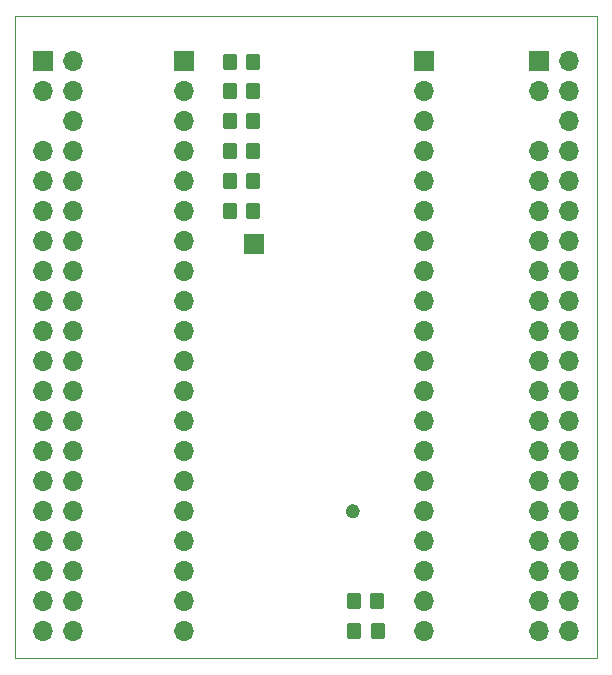
<source format=gbr>
%TF.GenerationSoftware,KiCad,Pcbnew,8.0.5-8.0.5-0~ubuntu24.04.1*%
%TF.CreationDate,2024-09-16T22:52:31+02:00*%
%TF.ProjectId,fx3_tn20k_adapter,6678335f-746e-4323-906b-5f6164617074,0.0.1*%
%TF.SameCoordinates,Original*%
%TF.FileFunction,Soldermask,Bot*%
%TF.FilePolarity,Negative*%
%FSLAX46Y46*%
G04 Gerber Fmt 4.6, Leading zero omitted, Abs format (unit mm)*
G04 Created by KiCad (PCBNEW 8.0.5-8.0.5-0~ubuntu24.04.1) date 2024-09-16 22:52:31*
%MOMM*%
%LPD*%
G01*
G04 APERTURE LIST*
G04 Aperture macros list*
%AMRoundRect*
0 Rectangle with rounded corners*
0 $1 Rounding radius*
0 $2 $3 $4 $5 $6 $7 $8 $9 X,Y pos of 4 corners*
0 Add a 4 corners polygon primitive as box body*
4,1,4,$2,$3,$4,$5,$6,$7,$8,$9,$2,$3,0*
0 Add four circle primitives for the rounded corners*
1,1,$1+$1,$2,$3*
1,1,$1+$1,$4,$5*
1,1,$1+$1,$6,$7*
1,1,$1+$1,$8,$9*
0 Add four rect primitives between the rounded corners*
20,1,$1+$1,$2,$3,$4,$5,0*
20,1,$1+$1,$4,$5,$6,$7,0*
20,1,$1+$1,$6,$7,$8,$9,0*
20,1,$1+$1,$8,$9,$2,$3,0*%
G04 Aperture macros list end*
%ADD10C,0.625000*%
%ADD11R,1.700000X1.700000*%
%ADD12O,1.700000X1.700000*%
%ADD13RoundRect,0.250000X-0.350000X-0.450000X0.350000X-0.450000X0.350000X0.450000X-0.350000X0.450000X0*%
%ADD14RoundRect,0.250000X0.350000X0.450000X-0.350000X0.450000X-0.350000X-0.450000X0.350000X-0.450000X0*%
%TA.AperFunction,Profile*%
%ADD15C,0.100000*%
%TD*%
G04 APERTURE END LIST*
D10*
X186367500Y-110490000D02*
G75*
G02*
X185742500Y-110490000I-312500J0D01*
G01*
X185742500Y-110490000D02*
G75*
G02*
X186367500Y-110490000I312500J0D01*
G01*
D11*
%TO.C,J3*%
X201803000Y-72390000D03*
D12*
X204343000Y-72390000D03*
X201803000Y-74930000D03*
X204343000Y-74930000D03*
X204343000Y-77470000D03*
X201803000Y-80010000D03*
X204343000Y-80010000D03*
X201803000Y-82550000D03*
X204343000Y-82550000D03*
X201803000Y-85090000D03*
X204343000Y-85090000D03*
X201803000Y-87630000D03*
X204343000Y-87630000D03*
X201803000Y-90170000D03*
X204343000Y-90170000D03*
X201803000Y-92710000D03*
X204343000Y-92710000D03*
X201803000Y-95250000D03*
X204343000Y-95250000D03*
X201803000Y-97790000D03*
X204343000Y-97790000D03*
X201803000Y-100330000D03*
X204343000Y-100330000D03*
X201803000Y-102870000D03*
X204343000Y-102870000D03*
X201803000Y-105410000D03*
X204343000Y-105410000D03*
X201803000Y-107950000D03*
X204343000Y-107950000D03*
X201803000Y-110490000D03*
X204343000Y-110490000D03*
X201803000Y-113030000D03*
X204343000Y-113030000D03*
X201803000Y-115570000D03*
X204343000Y-115570000D03*
X201803000Y-118110000D03*
X204343000Y-118110000D03*
X201803000Y-120650000D03*
X204343000Y-120650000D03*
%TD*%
D11*
%TO.C,J2*%
X171803000Y-72390000D03*
D12*
X171803000Y-74930000D03*
X171803000Y-77470000D03*
X171803000Y-80010000D03*
X171803000Y-82550000D03*
X171803000Y-85090000D03*
X171803000Y-87630000D03*
X171803000Y-90170000D03*
X171803000Y-92710000D03*
X171803000Y-95250000D03*
X171803000Y-97790000D03*
X171803000Y-100330000D03*
X171803000Y-102870000D03*
X171803000Y-105410000D03*
X171803000Y-107950000D03*
X171803000Y-110490000D03*
X171803000Y-113030000D03*
X171803000Y-115570000D03*
X171803000Y-118110000D03*
X171803000Y-120650000D03*
%TD*%
D11*
%TO.C,J32*%
X177723800Y-87884000D03*
%TD*%
%TO.C,J1*%
X192123000Y-72390000D03*
D12*
X192123000Y-74930000D03*
X192123000Y-77470000D03*
X192123000Y-80010000D03*
X192123000Y-82550000D03*
X192123000Y-85090000D03*
X192123000Y-87630000D03*
X192123000Y-90170000D03*
X192123000Y-92710000D03*
X192123000Y-95250000D03*
X192123000Y-97790000D03*
X192123000Y-100330000D03*
X192123000Y-102870000D03*
X192123000Y-105410000D03*
X192123000Y-107950000D03*
X192123000Y-110490000D03*
X192123000Y-113030000D03*
X192123000Y-115570000D03*
X192123000Y-118110000D03*
X192123000Y-120650000D03*
%TD*%
D11*
%TO.C,J4*%
X159800000Y-72390000D03*
D12*
X162340000Y-72390000D03*
X159800000Y-74930000D03*
X162340000Y-74930000D03*
X162340000Y-77470000D03*
X159800000Y-80010000D03*
X162340000Y-80010000D03*
X159800000Y-82550000D03*
X162340000Y-82550000D03*
X159800000Y-85090000D03*
X162340000Y-85090000D03*
X159800000Y-87630000D03*
X162340000Y-87630000D03*
X159800000Y-90170000D03*
X162340000Y-90170000D03*
X159800000Y-92710000D03*
X162340000Y-92710000D03*
X159800000Y-95250000D03*
X162340000Y-95250000D03*
X159800000Y-97790000D03*
X162340000Y-97790000D03*
X159800000Y-100330000D03*
X162340000Y-100330000D03*
X159800000Y-102870000D03*
X162340000Y-102870000D03*
X159800000Y-105410000D03*
X162340000Y-105410000D03*
X159800000Y-107950000D03*
X162340000Y-107950000D03*
X159800000Y-110490000D03*
X162340000Y-110490000D03*
X159800000Y-113030000D03*
X162340000Y-113030000D03*
X159800000Y-115570000D03*
X162340000Y-115570000D03*
X159800000Y-118110000D03*
X162340000Y-118110000D03*
X159800000Y-120650000D03*
X162340000Y-120650000D03*
%TD*%
D13*
%TO.C,R10*%
X175631600Y-80010000D03*
X177631600Y-80010000D03*
%TD*%
%TO.C,R13*%
X175631000Y-72454000D03*
X177631000Y-72454000D03*
%TD*%
%TO.C,R32*%
X175631600Y-85090000D03*
X177631600Y-85090000D03*
%TD*%
%TO.C,RC1*%
X175631600Y-82550000D03*
X177631600Y-82550000D03*
%TD*%
D14*
%TO.C,R18*%
X188163200Y-120650000D03*
X186163200Y-120650000D03*
%TD*%
%TO.C,R19*%
X188137800Y-118110000D03*
X186137800Y-118110000D03*
%TD*%
D13*
%TO.C,R11*%
X175631600Y-77470000D03*
X177631600Y-77470000D03*
%TD*%
%TO.C,R12*%
X175631600Y-74930000D03*
X177631600Y-74930000D03*
%TD*%
D15*
X157480000Y-122936000D02*
X157480000Y-68580000D01*
X206756000Y-122936000D02*
X206756000Y-68580000D01*
X157480000Y-122936000D02*
X206756000Y-122936000D01*
X206756000Y-68580000D02*
X157480000Y-68580000D01*
M02*

</source>
